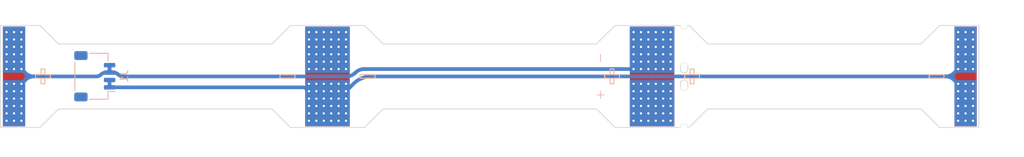
<source format=kicad_pcb>
(kicad_pcb (version 20211014) (generator pcbnew)
  (title_block (title "ALOIDIA Keyboard Solar Cells Breakout Module PCB") (date "2022-07-10") (comment 2 "Author: Vincent Nguyen"))
  (layers (0 "F.Cu" signal) (31 "B.Cu" signal) (34 "B.Paste" user) (35 "F.Paste" user) (36 "B.SilkS" user "B.Silkscreen") (37 "F.SilkS" user "F.Silkscreen") (38 "B.Mask" user) (39 "F.Mask" user) (44 "Edge.Cuts" user))
  (net 0 "")
  (net 1 "/CELL-")
  (net 2 "/CELL+")
  (footprint "0_various:SM111K04L" (layer "F.Cu") (at 153.8 85 180)
    (fp_text reference "SC1" hide)
    (fp_text value "SM111K04L")
    (fp_line (start -17.5 0.25) (end -17.5 -0.25) (layer "B.SilkS") (width 0.12))
    (fp_line (start 17.5 0.25) (end 15.5 0.25) (layer "B.SilkS") (width 0.12))
    (fp_line (start -16.25 -1) (end -16.25 -0.25) (layer "B.SilkS") (width 0.12))
    (fp_line (start -16.25 0.25) (end -16.25 1) (layer "B.SilkS") (width 0.12))
    (fp_line (start -15.5 0.25) (end -16.25 0.25) (layer "B.SilkS") (width 0.12))
    (fp_line (start -17.5 -0.25) (end -16.75 -0.25) (layer "B.SilkS") (width 0.12))
    (fp_line (start -16.75 1) (end -16.75 0.25) (layer "B.SilkS") (width 0.12))
    (fp_line (start -16.75 0.25) (end -17.5 0.25) (layer "B.SilkS") (width 0.12))
    (fp_line (start -16.75 -1) (end -16.25 -1) (layer "B.SilkS") (width 0.12))
    (fp_line (start -15.5 -0.25) (end -15.5 0.25) (layer "B.SilkS") (width 0.12))
    (fp_line (start 15.5 0.25) (end 15.5 -0.25) (layer "B.SilkS") (width 0.12))
    (fp_line (start 15.5 -0.25) (end 17.5 -0.25) (layer "B.SilkS") (width 0.12))
    (fp_line (start -16.25 1) (end -16.75 1) (layer "B.SilkS") (width 0.12))
    (fp_line (start -16.75 -0.25) (end -16.75 -1) (layer "B.SilkS") (width 0.12))
    (fp_line (start -16.25 -0.25) (end -15.5 -0.25) (layer "B.SilkS") (width 0.12))
    (fp_line (start 17.5 -0.25) (end 17.5 0.25) (layer "B.SilkS") (width 0.12))
    (fp_line (start -16.25 -1) (end -16.25 -0.25) (layer "F.SilkS") (width 0.12))
    (fp_line (start -16.25 0.25) (end -16.25 1) (layer "F.SilkS") (width 0.12))
    (fp_line (start -16.75 0.25) (end -17.5 0.25) (layer "F.SilkS") (width 0.12))
    (fp_line (start -16.75 1) (end -16.75 0.25) (layer "F.SilkS") (width 0.12))
    (fp_line (start -16.75 -1) (end -16.25 -1) (layer "F.SilkS") (width 0.12))
    (fp_line (start 15.5 -0.25) (end 17.5 -0.25) (layer "F.SilkS") (width 0.12))
    (fp_line (start 15.5 0.25) (end 15.5 -0.25) (layer "F.SilkS") (width 0.12))
    (fp_line (start -16.75 -0.25) (end -16.75 -1) (layer "F.SilkS") (width 0.12))
    (fp_line (start -16.25 -0.25) (end -15.5 -0.25) (layer "F.SilkS") (width 0.12))
    (fp_line (start 17.5 0.25) (end 15.5 0.25) (layer "F.SilkS") (width 0.12))
    (fp_line (start 17.5 -0.25) (end 17.5 0.25) (layer "F.SilkS") (width 0.12))
    (fp_line (start -15.5 -0.25) (end -15.5 0.25) (layer "F.SilkS") (width 0.12))
    (fp_line (start -17.5 0.25) (end -17.5 -0.25) (layer "F.SilkS") (width 0.12))
    (fp_line (start -17.5 -0.25) (end -16.75 -0.25) (layer "F.SilkS") (width 0.12))
    (fp_line (start -15.5 0.25) (end -16.25 0.25) (layer "F.SilkS") (width 0.12))
    (fp_line (start -16.25 1) (end -16.75 1) (layer "F.SilkS") (width 0.12))
    (pad "1" thru_hole circle (at -20.4 6 180) (size 0.6 0.6) (drill 0.3) (layers *.Cu) (net 2 "/CELL+"))
    (pad "1" smd rect (at -20.4 -3.625 90) (size 6.25 3) (layers "B.Cu" "B.Paste" "B.Mask") (net 2 "/CELL+"))
    (pad "1" thru_hole circle (at -21.4 6 180) (size 0.6 0.6) (drill 0.3) (layers *.Cu) (net 2 "/CELL+"))
    (pad "1" thru_hole circle (at -21.4 1 180) (size 0.6 0.6) (drill 0.3) (layers *.Cu) (net 2 "/CELL+"))
    (pad "1" thru_hole circle (at -20.4 -1 180) (size 0.6 0.6) (drill 0.3) (layers *.Cu) (net 2 "/CELL+"))
    (pad "1" thru_hole circle (at -19.4 -1 180) (size 0.6 0.6) (drill 0.3) (layers *.Cu) (net 2 "/CELL+"))
    (pad "1" thru_hole circle (at -19.4 -2 180) (size 0.6 0.6) (drill 0.3) (layers *.Cu) (net 2 "/CELL+"))
    (pad "1" thru_hole circle (at -20.4 -4 180) (size 0.6 0.6) (drill 0.3) (layers *.Cu) (net 2 "/CELL+"))
    (pad "1" thru_hole circle (at -19.4 3 180) (size 0.6 0.6) (drill 0.3) (layers *.Cu) (net 2 "/CELL+"))
    (pad "1" thru_hole circle (at -21.4 -4 180) (size 0.6 0.6) (drill 0.3) (layers *.Cu) (net 2 "/CELL+"))
    (pad "1" thru_hole circle (at -21.4 -3 180) (size 0.6 0.6) (drill 0.3) (layers *.Cu) (net 2 "/CELL+"))
    (pad "1" smd rect (at -20.4 3.625 90) (size 6.25 3) (layers "B.Cu" "B.Paste" "B.Mask") (net 2 "/CELL+"))
    (pad "1" thru_hole circle (at -20.4 2 180) (size 0.6 0.6) (drill 0.3) (layers *.Cu) (net 2 "/CELL+"))
    (pad "1" thru_hole circle (at -20.4 3 180) (size 0.6 0.6) (drill 0.3) (layers *.Cu) (net 2 "/CELL+"))
    (pad "1" thru_hole circle (at -20.4 -5 180) (size 0.6 0.6) (drill 0.3) (layers *.Cu) (net 2 "/CELL+"))
    (pad "1" thru_hole circle (at -20.4 1 180) (size 0.6 0.6) (drill 0.3) (layers *.Cu) (net 2 "/CELL+"))
    (pad "1" thru_hole circle (at -20.4 4 180) (size 0.6 0.6) (drill 0.3) (layers *.Cu) (net 2 "/CELL+"))
    (pad "1" thru_hole circle (at -21.4 -1 180) (size 0.6 0.6) (drill 0.3) (layers *.Cu) (net 2 "/CELL+"))
    (pad "1" thru_hole circle (at -21.4 -6 180) (size 0.6 0.6) (drill 0.3) (layers *.Cu) (net 2 "/CELL+"))
    (pad "1" thru_hole circle (at -21.4 5 180) (size 0.6 0.6) (drill 0.3) (layers *.Cu) (net 2 "/CELL+"))
    (pad "1" thru_hole circle (at -21.4 3 180) (size 0.6 0.6) (drill 0.3) (layers *.Cu) (net 2 "/CELL+"))
    (pad "1" thru_hole circle (at -19.4 -6 180) (size 0.6 0.6) (drill 0.3) (layers *.Cu) (net 2 "/CELL+"))
    (pad "1" thru_hole circle (at -19.4 6 180) (size 0.6 0.6) (drill 0.3) (layers *.Cu) (net 2 "/CELL+"))
    (pad "1" smd rect (at -20.4 0 90) (size 13.5 3) (layers "F.Cu" "F.Paste" "F.Mask") (net 2 "/CELL+"))
    (pad "1" thru_hole circle (at -21.4 4 180) (size 0.6 0.6) (drill 0.3) (layers *.Cu) (net 2 "/CELL+"))
    (pad "1" thru_hole circle (at -19.4 -3 180) (size 0.6 0.6) (drill 0.3) (layers *.Cu) (net 2 "/CELL+"))
    (pad "1" thru_hole circle (at -19.4 1 180) (size 0.6 0.6) (drill 0.3) (layers *.Cu) (net 2 "/CELL+"))
    (pad "1" thru_hole circle (at -19.4 -4 180) (size 0.6 0.6) (drill 0.3) (layers *.Cu) (net 2 "/CELL+"))
    (pad "1" thru_hole circle (at -20.4 -2 180) (size 0.6 0.6) (drill 0.3) (layers *.Cu) (net 2 "/CELL+"))
    (pad "1" thru_hole circle (at -21.4 2 180) (size 0.6 0.6) (drill 0.3) (layers *.Cu) (net 2 "/CELL+"))
    (pad "1" thru_hole circle (at -19.4 5 180) (size 0.6 0.6) (drill 0.3) (layers *.Cu) (net 2 "/CELL+"))
    (pad "1" thru_hole circle (at -19.4 2 180) (size 0.6 0.6) (drill 0.3) (layers *.Cu) (net 2 "/CELL+"))
    (pad "1" thru_hole circle (at -21.4 -5 180) (size 0.6 0.6) (drill 0.3) (layers *.Cu) (net 2 "/CELL+"))
    (pad "1" thru_hole circle (at -19.4 4 180) (size 0.6 0.6) (drill 0.3) (layers *.Cu) (net 2 "/CELL+"))
    (pad "1" thru_hole circle (at -20.4 -6 180) (size 0.6 0.6) (drill 0.3) (layers *.Cu) (net 2 "/CELL+"))
    (pad "1" thru_hole circle (at -21.4 -2 180) (size 0.6 0.6) (drill 0.3) (layers *.Cu) (net 2 "/CELL+"))
    (pad "1" thru_hole circle (at -20.4 5 180) (size 0.6 0.6) (drill 0.3) (layers *.Cu) (net 2 "/CELL+"))
    (pad "1" thru_hole circle (at -20.4 -3 180) (size 0.6 0.6) (drill 0.3) (layers *.Cu) (net 2 "/CELL+"))
    (pad "1" thru_hole circle (at -19.4 -5 180) (size 0.6 0.6) (drill 0.3) (layers *.Cu) (net 2 "/CELL+"))
    (pad "2" thru_hole circle (at 20.4 6 180) (size 0.6 0.6) (drill 0.3) (layers *.Cu) (net 1 "/CELL-"))
    (pad "2" thru_hole circle (at 21.4 -3 180) (size 0.6 0.6) (drill 0.3) (layers *.Cu) (net 1 "/CELL-"))
    (pad "2" thru_hole circle (at 21.4 5 180) (size 0.6 0.6) (drill 0.3) (layers *.Cu) (net 1 "/CELL-"))
    (pad "2" thru_hole circle (at 19.4 5 180) (size 0.6 0.6) (drill 0.3) (layers *.Cu) (net 1 "/CELL-"))
    (pad "2" thru_hole circle (at 21.4 3 180) (size 0.6 0.6) (drill 0.3) (layers *.Cu) (net 1 "/CELL-"))
    (pad "2" thru_hole circle (at 20.4 -2 180) (size 0.6 0.6) (drill 0.3) (layers *.Cu) (net 1 "/CELL-"))
    (pad "2" thru_hole circle (at 21.4 1 180) (size 0.6 0.6) (drill 0.3) (layers *.Cu) (net 1 "/CELL-"))
    (pad "2" thru_hole circle (at 21.4 4 180) (size 0.6 0.6) (drill 0.3) (layers *.Cu) (net 1 "/CELL-"))
    (pad "2" thru_hole circle (at 20.4 2 180) (size 0.6 0.6) (drill 0.3) (layers *.Cu) (net 1 "/CELL-"))
    (pad "2" thru_hole circle (at 20.4 -5 180) (size 0.6 0.6) (drill 0.3) (layers *.Cu) (net 1 "/CELL-"))
    (pad "2" thru_hole circle (at 19.4 -5 180) (size 0.6 0.6) (drill 0.3) (layers *.Cu) (net 1 "/CELL-"))
    (pad "2" thru_hole circle (at 20.4 -1 180) (size 0.6 0.6) (drill 0.3) (layers *.Cu) (net 1 "/CELL-"))
    (pad "2" thru_hole circle (at 20.4 3 180) (size 0.6 0.6) (drill 0.3) (layers *.Cu) (net 1 "/CELL-"))
    (pad "2" thru_hole circle (at 20.4 -4 180) (size 0.6 0.6) (drill 0.3) (layers *.Cu) (net 1 "/CELL-"))
    (pad "2" thru_hole circle (at 20.4 -6 180) (size 0.6 0.6) (drill 0.3) (layers *.Cu) (net 1 "/CELL-"))
    (pad "2" thru_hole circle (at 19.4 3 180) (size 0.6 0.6) (drill 0.3) (layers *.Cu) (net 1 "/CELL-"))
    (pad "2" smd rect (at 20.4 -3.625 90) (size 6.25 3) (layers "B.Cu" "B.Paste" "B.Mask") (net 1 "/CELL-"))
    (pad "2" smd rect (at 20.4 0 90) (size 13.5 3) (layers "F.Cu" "F.Paste" "F.Mask") (net 1 "/CELL-"))
    (pad "2" thru_hole circle (at 20.4 1 180) (size 0.6 0.6) (drill 0.3) (layers *.Cu) (net 1 "/CELL-"))
    (pad "2" thru_hole circle (at 21.4 -2 180) (size 0.6 0.6) (drill 0.3) (layers *.Cu) (net 1 "/CELL-"))
    (pad "2" smd rect (at 20.4 3.625 90) (size 6.25 3) (layers "B.Cu" "B.Paste" "B.Mask") (net 1 "/CELL-"))
    (pad "2" thru_hole circle (at 19.4 -1 180) (size 0.6 0.6) (drill 0.3) (layers *.Cu) (net 1 "/CELL-"))
    (pad "2" thru_hole circle (at 21.4 -4 180) (size 0.6 0.6) (drill 0.3) (layers *.Cu) (net 1 "/CELL-"))
    (pad "2" thru_hole circle (at 20.4 -3 180) (size 0.6 0.6) (drill 0.3) (layers *.Cu) (net 1 "/CELL-"))
    (pad "2" thru_hole circle (at 20.4 5 180) (size 0.6 0.6) (drill 0.3) (layers *.Cu) (net 1 "/CELL-"))
    (pad "2" thru_hole circle (at 20.4 4 180) (size 0.6 0.6) (drill 0.3) (layers *.Cu) (net 1 "/CELL-"))
    (pad "2" thru_hole circle (at 21.4 -5 180) (size 0.6 0.6) (drill 0.3) (layers *.Cu) (net 1 "/CELL-"))
    (pad "2" thru_hole circle (at 19.4 6 180) (size 0.6 0.6) (drill 0.3) (layers *.Cu) (net 1 "/CELL-"))
    (pad "2" thru_hole circle (at 19.4 2 180) (size 0.6 0.6) (drill 0.3) (layers *.Cu) (net 1 "/CELL-"))
    (pad "2" thru_hole circle (at 21.4 -6 180) (size 0.6 0.6) (drill 0.3) (layers *.Cu) (net 1 "/CELL-"))
    (pad "2" thru_hole circle (at 19.4 4 180) (size 0.6 0.6) (drill 0.3) (layers *.Cu) (net 1 "/CELL-"))
    (pad "2" thru_hole circle (at 21.4 -1 180) (size 0.6 0.6) (drill 0.3) (layers *.Cu) (net 1 "/CELL-"))
    (pad "2" thru_hole circle (at 21.4 6 180) (size 0.6 0.6) (drill 0.3) (layers *.Cu) (net 1 "/CELL-"))
    (pad "2" thru_hole circle (at 19.4 -6 180) (size 0.6 0.6) (drill 0.3) (layers *.Cu) (net 1 "/CELL-"))
    (pad "2" thru_hole circle (at 19.4 -2 180) (size 0.6 0.6) (drill 0.3) (layers *.Cu) (net 1 "/CELL-"))
    (pad "2" thru_hole circle (at 19.4 1 180) (size 0.6 0.6) (drill 0.3) (layers *.Cu) (net 1 "/CELL-"))
    (pad "2" thru_hole circle (at 19.4 -3 180) (size 0.6 0.6) (drill 0.3) (layers *.Cu) (net 1 "/CELL-"))
    (pad "2" thru_hole circle (at 19.4 -4 180) (size 0.6 0.6) (drill 0.3) (layers *.Cu) (net 1 "/CELL-"))
    (pad "2" thru_hole circle (at 21.4 2 180) (size 0.6 0.6) (drill 0.3) (layers *.Cu) (net 1 "/CELL-"))
  )
  (footprint "marbastlib-various:mousebites_1mm" (layer "F.Cu") (at 179.525 80.85 180)
    (fp_text reference "REF**" hide)
    (fp_text value "mousebites 1mm" hide)
    (fp_arc (start 0 -2.75) (mid -0.5 -2.25) (end -1 -2.75) (layer "Edge.Cuts") (width 0.05))
    (fp_arc (start -1 2.75) (mid -0.5 2.25) (end 0 2.75) (layer "Edge.Cuts") (width 0.05))
    (pad "" np_thru_hole circle locked (at 0.25 1.905 180) (size 0.75 0.75) (drill 0.75) (layers *.Cu *.Mask))
    (pad "" np_thru_hole circle locked (at 0.25 0.635 180) (size 0.75 0.75) (drill 0.75) (layers *.Cu *.Mask))
    (pad "" np_thru_hole circle locked (at 0.25 -1.905 180) (size 0.75 0.75) (drill 0.75) (layers *.Cu *.Mask))
    (pad "" np_thru_hole circle locked (at 0.25 -0.635 180) (size 0.75 0.75) (drill 0.75) (layers *.Cu *.Mask))
  )
  (footprint "0_various:SM111K04L" (layer "F.Cu") (at 197.6 85)
    (fp_text reference "SC3" hide)
    (fp_text value "SM111K04L")
    (fp_line (start -16.25 -1) (end -16.25 -0.25) (layer "B.SilkS") (width 0.12))
    (fp_line (start -16.25 -0.25) (end -15.5 -0.25) (layer "B.SilkS") (width 0.12))
    (fp_line (start -16.75 1) (end -16.75 0.25) (layer "B.SilkS") (width 0.12))
    (fp_line (start 15.5 0.25) (end 15.5 -0.25) (layer "B.SilkS") (width 0.12))
    (fp_line (start -15.5 0.25) (end -16.25 0.25) (layer "B.SilkS") (width 0.12))
    (fp_line (start -16.75 0.25) (end -17.5 0.25) (layer "B.SilkS") (width 0.12))
    (fp_line (start -16.25 0.25) (end -16.25 1) (layer "B.SilkS") (width 0.12))
    (fp_line (start 17.5 0.25) (end 15.5 0.25) (layer "B.SilkS") (width 0.12))
    (fp_line (start -16.75 -1) (end -16.25 -1) (layer "B.SilkS") (width 0.12))
    (fp_line (start 17.5 -0.25) (end 17.5 0.25) (layer "B.SilkS") (width 0.12))
    (fp_line (start -15.5 -0.25) (end -15.5 0.25) (layer "B.SilkS") (width 0.12))
    (fp_line (start -16.75 -0.25) (end -16.75 -1) (layer "B.SilkS") (width 0.12))
    (fp_line (start -16.25 1) (end -16.75 1) (layer "B.SilkS") (width 0.12))
    (fp_line (start -17.5 -0.25) (end -16.75 -0.25) (layer "B.SilkS") (width 0.12))
    (fp_line (start -17.5 0.25) (end -17.5 -0.25) (layer "B.SilkS") (width 0.12))
    (fp_line (start 15.5 -0.25) (end 17.5 -0.25) (layer "B.SilkS") (width 0.12))
    (fp_line (start -16.25 0.25) (end -16.25 1) (layer "F.SilkS") (width 0.12))
    (fp_line (start -15.5 0.25) (end -16.25 0.25) (layer "F.SilkS") (width 0.12))
    (fp_line (start -16.25 -0.25) (end -15.5 -0.25) (layer "F.SilkS") (width 0.12))
    (fp_line (start 15.5 -0.25) (end 17.5 -0.25) (layer "F.SilkS") (width 0.12))
    (fp_line (start -16.25 1) (end -16.75 1) (layer "F.SilkS") (width 0.12))
    (fp_line (start 15.5 0.25) (end 15.5 -0.25) (layer "F.SilkS") (width 0.12))
    (fp_line (start -17.5 -0.25) (end -16.75 -0.25) (layer "F.SilkS") (width 0.12))
    (fp_line (start -16.75 -0.25) (end -16.75 -1) (layer "F.SilkS") (width 0.12))
    (fp_line (start -15.5 -0.25) (end -15.5 0.25) (layer "F.SilkS") (width 0.12))
    (fp_line (start -16.75 1) (end -16.75 0.25) (layer "F.SilkS") (width 0.12))
    (fp_line (start -16.75 0.25) (end -17.5 0.25) (layer "F.SilkS") (width 0.12))
    (fp_line (start 17.5 0.25) (end 15.5 0.25) (layer "F.SilkS") (width 0.12))
    (fp_line (start -16.75 -1) (end -16.25 -1) (layer "F.SilkS") (width 0.12))
    (fp_line (start -17.5 0.25) (end -17.5 -0.25) (layer "F.SilkS") (width 0.12))
    (fp_line (start -16.25 -1) (end -16.25 -0.25) (layer "F.SilkS") (width 0.12))
    (fp_line (start 17.5 -0.25) (end 17.5 0.25) (layer "F.SilkS") (width 0.12))
    (pad "1" thru_hole circle (at -20.4 3) (size 0.6 0.6) (drill 0.3) (layers *.Cu) (net 2 "/CELL+"))
    (pad "1" thru_hole circle (at -19.4 5) (size 0.6 0.6) (drill 0.3) (layers *.Cu) (net 2 "/CELL+"))
    (pad "1" thru_hole circle (at -20.4 -6) (size 0.6 0.6) (drill 0.3) (layers *.Cu) (net 2 "/CELL+"))
    (pad "1" thru_hole circle (at -20.4 4) (size 0.6 0.6) (drill 0.3) (layers *.Cu) (net 2 "/CELL+"))
    (pad "1" thru_hole circle (at -21.4 1) (size 0.6 0.6) (drill 0.3) (layers *.Cu) (net 2 "/CELL+"))
    (pad "1" thru_hole circle (at -20.4 -1) (size 0.6 0.6) (drill 0.3) (layers *.Cu) (net 2 "/CELL+"))
    (pad "1" thru_hole circle (at -19.4 -1) (size 0.6 0.6) (drill 0.3) (layers *.Cu) (net 2 "/CELL+"))
    (pad "1" thru_hole circle (at -19.4 -6) (size 0.6 0.6) (drill 0.3) (layers *.Cu) (net 2 "/CELL+"))
    (pad "1" smd rect (at -20.4 0 270) (size 13.5 3) (layers "F.Cu" "F.Paste" "F.Mask") (net 2 "/CELL+"))
    (pad "1" thru_hole circle (at -20.4 5) (size 0.6 0.6) (drill 0.3) (layers *.Cu) (net 2 "/CELL+"))
    (pad "1" thru_hole circle (at -20.4 2) (size 0.6 0.6) (drill 0.3) (layers *.Cu) (net 2 "/CELL+"))
    (pad "1" thru_hole circle (at -21.4 -1) (size 0.6 0.6) (drill 0.3) (layers *.Cu) (net 2 "/CELL+"))
    (pad "1" thru_hole circle (at -19.4 2) (size 0.6 0.6) (drill 0.3) (layers *.Cu) (net 2 "/CELL+"))
    (pad "1" thru_hole circle (at -21.4 -3) (size 0.6 0.6) (drill 0.3) (layers *.Cu) (net 2 "/CELL+"))
    (pad "1" thru_hole circle (at -20.4 -5) (size 0.6 0.6) (drill 0.3) (layers *.Cu) (net 2 "/CELL+"))
    (pad "1" thru_hole circle (at -21.4 -2) (size 0.6 0.6) (drill 0.3) (layers *.Cu) (net 2 "/CELL+"))
    (pad "1" thru_hole circle (at -20.4 1) (size 0.6 0.6) (drill 0.3) (layers *.Cu) (net 2 "/CELL+"))
    (pad "1" thru_hole circle (at -19.4 6) (size 0.6 0.6) (drill 0.3) (layers *.Cu) (net 2 "/CELL+"))
    (pad "1" thru_hole circle (at -21.4 -4) (size 0.6 0.6) (drill 0.3) (layers *.Cu) (net 2 "/CELL+"))
    (pad "1" thru_hole circle (at -21.4 3) (size 0.6 0.6) (drill 0.3) (layers *.Cu) (net 2 "/CELL+"))
    (pad "1" smd rect (at -20.4 -3.625 270) (size 6.25 3) (layers "B.Cu" "B.Paste" "B.Mask") (net 2 "/CELL+"))
    (pad "1" thru_hole circle (at -19.4 4) (size 0.6 0.6) (drill 0.3) (layers *.Cu) (net 2 "/CELL+"))
    (pad "1" thru_hole circle (at -20.4 -3) (size 0.6 0.6) (drill 0.3) (layers *.Cu) (net 2 "/CELL+"))
    (pad "1" thru_hole circle (at -21.4 2) (size 0.6 0.6) (drill 0.3) (layers *.Cu) (net 2 "/CELL+"))
    (pad "1" thru_hole circle (at -21.4 4) (size 0.6 0.6) (drill 0.3) (layers *.Cu) (net 2 "/CELL+"))
    (pad "1" thru_hole circle (at -19.4 -2) (size 0.6 0.6) (drill 0.3) (layers *.Cu) (net 2 "/CELL+"))
    (pad "1" thru_hole circle (at -20.4 -2) (size 0.6 0.6) (drill 0.3) (layers *.Cu) (net 2 "/CELL+"))
    (pad "1" thru_hole circle (at -21.4 -5) (size 0.6 0.6) (drill 0.3) (layers *.Cu) (net 2 "/CELL+"))
    (pad "1" thru_hole circle (at -20.4 6) (size 0.6 0.6) (drill 0.3) (layers *.Cu) (net 2 "/CELL+"))
    (pad "1" thru_hole circle (at -20.4 -4) (size 0.6 0.6) (drill 0.3) (layers *.Cu) (net 2 "/CELL+"))
    (pad "1" thru_hole circle (at -19.4 -4) (size 0.6 0.6) (drill 0.3) (layers *.Cu) (net 2 "/CELL+"))
    (pad "1" thru_hole circle (at -19.4 3) (size 0.6 0.6) (drill 0.3) (layers *.Cu) (net 2 "/CELL+"))
    (pad "1" thru_hole circle (at -21.4 6) (size 0.6 0.6) (drill 0.3) (layers *.Cu) (net 2 "/CELL+"))
    (pad "1" thru_hole circle (at -19.4 -3) (size 0.6 0.6) (drill 0.3) (layers *.Cu) (net 2 "/CELL+"))
    (pad "1" thru_hole circle (at -19.4 -5) (size 0.6 0.6) (drill 0.3) (layers *.Cu) (net 2 "/CELL+"))
    (pad "1" thru_hole circle (at -19.4 1) (size 0.6 0.6) (drill 0.3) (layers *.Cu) (net 2 "/CELL+"))
    (pad "1" thru_hole circle (at -21.4 5) (size 0.6 0.6) (drill 0.3) (layers *.Cu) (net 2 "/CELL+"))
    (pad "1" thru_hole circle (at -21.4 -6) (size 0.6 0.6) (drill 0.3) (layers *.Cu) (net 2 "/CELL+"))
    (pad "1" smd rect (at -20.4 3.625 270) (size 6.25 3) (layers "B.Cu" "B.Paste" "B.Mask") (net 2 "/CELL+"))
    (pad "2" thru_hole circle (at 19.4 -3) (size 0.6 0.6) (drill 0.3) (layers *.Cu) (net 1 "/CELL-"))
    (pad "2" thru_hole circle (at 21.4 5) (size 0.6 0.6) (drill 0.3) (layers *.Cu) (net 1 "/CELL-"))
    (pad "2" thru_hole circle (at 19.4 5) (size 0.6 0.6) (drill 0.3) (layers *.Cu) (net 1 "/CELL-"))
    (pad "2" thru_hole circle (at 20.4 -3) (size 0.6 0.6) (drill 0.3) (layers *.Cu) (net 1 "/CELL-"))
    (pad "2" thru_hole circle (at 21.4 4) (size 0.6 0.6) (drill 0.3) (layers *.Cu) (net 1 "/CELL-"))
    (pad "2" thru_hole circle (at 19.4 -4) (size 0.6 0.6) (drill 0.3) (layers *.Cu) (net 1 "/CELL-"))
    (pad "2" thru_hole circle (at 19.4 6) (size 0.6 0.6) (drill 0.3) (layers *.Cu) (net 1 "/CELL-"))
    (pad "2" smd rect (at 20.4 3.625 270) (size 6.25 3) (layers "B.Cu" "B.Paste" "B.Mask") (net 1 "/CELL-"))
    (pad "2" thru_hole circle (at 19.4 4) (size 0.6 0.6) (drill 0.3) (layers *.Cu) (net 1 "/CELL-"))
    (pad "2" thru_hole circle (at 21.4 -6) (size 0.6 0.6) (drill 0.3) (layers *.Cu) (net 1 "/CELL-"))
    (pad "2" thru_hole circle (at 20.4 5) (size 0.6 0.6) (drill 0.3) (layers *.Cu) (net 1 "/CELL-"))
    (pad "2" thru_hole circle (at 19.4 -1) (size 0.6 0.6) (drill 0.3) (layers *.Cu) (net 1 "/CELL-"))
    (pad "2" thru_hole circle (at 19.4 3) (size 0.6 0.6) (drill 0.3) (layers *.Cu) (net 1 "/CELL-"))
    (pad "2" smd rect (at 20.4 0 270) (size 13.5 3) (layers "F.Cu" "F.Paste" "F.Mask") (net 1 "/CELL-"))
    (pad "2" thru_hole circle (at 19.4 -6) (size 0.6 0.6) (drill 0.3) (layers *.Cu) (net 1 "/CELL-"))
    (pad "2" thru_hole circle (at 19.4 -5) (size 0.6 0.6) (drill 0.3) (layers *.Cu) (net 1 "/CELL-"))
    (pad "2" thru_hole circle (at 21.4 -1) (size 0.6 0.6) (drill 0.3) (layers *.Cu) (net 1 "/CELL-"))
    (pad "2" thru_hole circle (at 20.4 -2) (size 0.6 0.6) (drill 0.3) (layers *.Cu) (net 1 "/CELL-"))
    (pad "2" thru_hole circle (at 20.4 6) (size 0.6 0.6) (drill 0.3) (layers *.Cu) (net 1 "/CELL-"))
    (pad "2" thru_hole circle (at 21.4 6) (size 0.6 0.6) (drill 0.3) (layers *.Cu) (net 1 "/CELL-"))
    (pad "2" thru_hole circle (at 19.4 2) (size 0.6 0.6) (drill 0.3) (layers *.Cu) (net 1 "/CELL-"))
    (pad "2" thru_hole circle (at 21.4 1) (size 0.6 0.6) (drill 0.3) (layers *.Cu) (net 1 "/CELL-"))
    (pad "2" thru_hole circle (at 21.4 2) (size 0.6 0.6) (drill 0.3) (layers *.Cu) (net 1 "/CELL-"))
    (pad "2" thru_hole circle (at 20.4 -5) (size 0.6 0.6) (drill 0.3) (layers *.Cu) (net 1 "/CELL-"))
    (pad "2" thru_hole circle (at 20.4 1) (size 0.6 0.6) (drill 0.3) (layers *.Cu) (net 1 "/CELL-"))
    (pad "2" thru_hole circle (at 20.4 4) (size 0.6 0.6) (drill 0.3) (layers *.Cu) (net 1 "/CELL-"))
    (pad "2" thru_hole circle (at 20.4 -6) (size 0.6 0.6) (drill 0.3) (layers *.Cu) (net 1 "/CELL-"))
    (pad "2" smd rect (at 20.4 -3.625 270) (size 6.25 3) (layers "B.Cu" "B.Paste" "B.Mask") (net 1 "/CELL-"))
    (pad "2" thru_hole circle (at 19.4 -2) (size 0.6 0.6) (drill 0.3) (layers *.Cu) (net 1 "/CELL-"))
    (pad "2" thru_hole circle (at 21.4 -4) (size 0.6 0.6) (drill 0.3) (layers *.Cu) (net 1 "/CELL-"))
    (pad "2" thru_hole circle (at 20.4 -1) (size 0.6 0.6) (drill 0.3) (layers *.Cu) (net 1 "/CELL-"))
    (pad "2" thru_hole circle (at 21.4 -2) (size 0.6 0.6) (drill 0.3) (layers *.Cu) (net 1 "/CELL-"))
    (pad "2" thru_hole circle (at 21.4 3) (size 0.6 0.6) (drill 0.3) (layers *.Cu) (net 1 "/CELL-"))
    (pad "2" thru_hole circle (at 21.4 -5) (size 0.6 0.6) (drill 0.3) (layers *.Cu) (net 1 "/CELL-"))
    (pad "2" thru_hole circle (at 19.4 1) (size 0.6 0.6) (drill 0.3) (layers *.Cu) (net 1 "/CELL-"))
    (pad "2" thru_hole circle (at 20.4 -4) (size 0.6 0.6) (drill 0.3) (layers *.Cu) (net 1 "/CELL-"))
    (pad "2" thru_hole circle (at 20.4 2) (size 0.6 0.6) (drill 0.3) (layers *.Cu) (net 1 "/CELL-"))
    (pad "2" thru_hole circle (at 20.4 3) (size 0.6 0.6) (drill 0.3) (layers *.Cu) (net 1 "/CELL-"))
    (pad "2" thru_hole circle (at 21.4 -3) (size 0.6 0.6) (drill 0.3) (layers *.Cu) (net 1 "/CELL-"))
  )
  (footprint "0_various:SM111K04L" (layer "F.Cu") (at 110 85)
    (fp_text reference "SC2" hide)
    (fp_text value "SM111K04L")
    (fp_line (start -17.5 -0.25) (end -16.75 -0.25) (layer "B.SilkS") (width 0.12))
    (fp_line (start 15.5 -0.25) (end 17.5 -0.25) (layer "B.SilkS") (width 0.12))
    (fp_line (start -17.5 0.25) (end -17.5 -0.25) (layer "B.SilkS") (width 0.12))
    (fp_line (start 15.5 0.25) (end 15.5 -0.25) (layer "B.SilkS") (width 0.12))
    (fp_line (start -16.75 -0.25) (end -16.75 -1) (layer "B.SilkS") (width 0.12))
    (fp_line (start -16.75 0.25) (end -17.5 0.25) (layer "B.SilkS") (width 0.12))
    (fp_line (start -15.5 -0.25) (end -15.5 0.25) (layer "B.SilkS") (width 0.12))
    (fp_line (start 17.5 0.25) (end 15.5 0.25) (layer "B.SilkS") (width 0.12))
    (fp_line (start -16.75 -1) (end -16.25 -1) (layer "B.SilkS") (width 0.12))
    (fp_line (start -16.25 1) (end -16.75 1) (layer "B.SilkS") (width 0.12))
    (fp_line (start -16.75 1) (end -16.75 0.25) (layer "B.SilkS") (width 0.12))
    (fp_line (start -15.5 0.25) (end -16.25 0.25) (layer "B.SilkS") (width 0.12))
    (fp_line (start -16.25 0.25) (end -16.25 1) (layer "B.SilkS") (width 0.12))
    (fp_line (start -16.25 -1) (end -16.25 -0.25) (layer "B.SilkS") (width 0.12))
    (fp_line (start -16.25 -0.25) (end -15.5 -0.25) (layer "B.SilkS") (width 0.12))
    (fp_line (start 17.5 -0.25) (end 17.5 0.25) (layer "B.SilkS") (width 0.12))
    (fp_line (start -16.75 -0.25) (end -16.75 -1) (layer "F.SilkS") (width 0.12))
    (fp_line (start -17.5 -0.25) (end -16.75 -0.25) (layer "F.SilkS") (width 0.12))
    (fp_line (start -16.75 -1) (end -16.25 -1) (layer "F.SilkS") (width 0.12))
    (fp_line (start -15.5 -0.25) (end -15.5 0.25) (layer "F.SilkS") (width 0.12))
    (fp_line (start -16.25 -1) (end -16.25 -0.25) (layer "F.SilkS") (width 0.12))
    (fp_line (start -15.5 0.25) (end -16.25 0.25) (layer "F.SilkS") (width 0.12))
    (fp_line (start -16.25 -0.25) (end -15.5 -0.25) (layer "F.SilkS") (width 0.12))
    (fp_line (start -16.25 1) (end -16.75 1) (layer "F.SilkS") (width 0.12))
    (fp_line (start -16.75 0.25) (end -17.5 0.25) (layer "F.SilkS") (width 0.12))
    (fp_line (start 17.5 0.25) (end 15.5 0.25) (layer "F.SilkS") (width 0.12))
    (fp_line (start -16.75 1) (end -16.75 0.25) (layer "F.SilkS") (width 0.12))
    (fp_line (start 15.5 0.25) (end 15.5 -0.25) (layer "F.SilkS") (width 0.12))
    (fp_line (start 15.5 -0.25) (end 17.5 -0.25) (layer "F.SilkS") (width 0.12))
    (fp_line (start -16.25 0.25) (end -16.25 1) (layer "F.SilkS") (width 0.12))
    (fp_line (start -17.5 0.25) (end -17.5 -0.25) (layer "F.SilkS") (width 0.12))
    (fp_line (start 17.5 -0.25) (end 17.5 0.25) (layer "F.SilkS") (width 0.12))
    (pad "1" thru_hole circle (at -19.4 -3) (size 0.6 0.6) (drill 0.3) (layers *.Cu) (net 2 "/CELL+"))
    (pad "1" thru_hole circle (at -20.4 -2) (size 0.6 0.6) (drill 0.3) (layers *.Cu) (net 2 "/CELL+"))
    (pad "1" thru_hole circle (at -19.4 -5) (size 0.6 0.6) (drill 0.3) (layers *.Cu) (net 2 "/CELL+"))
    (pad "1" thru_hole circle (at -20.4 5) (size 0.6 0.6) (drill 0.3) (layers *.Cu) (net 2 "/CELL+"))
    (pad "1" thru_hole circle (at -20.4 -5) (size 0.6 0.6) (drill 0.3) (layers *.Cu) (net 2 "/CELL+"))
    (pad "1" thru_hole circle (at -20.4 4) (size 0.6 0.6) (drill 0.3) (layers *.Cu) (net 2 "/CELL+"))
    (pad "1" thru_hole circle (at -21.4 1) (size 0.6 0.6) (drill 0.3) (layers *.Cu) (net 2 "/CELL+"))
    (pad "1" thru_hole circle (at -20.4 2) (size 0.6 0.6) (drill 0.3) (layers *.Cu) (net 2 "/CELL+"))
    (pad "1" thru_hole circle (at -21.4 -5) (size 0.6 0.6) (drill 0.3) (layers *.Cu) (net 2 "/CELL+"))
    (pad "1" thru_hole circle (at -19.4 2) (size 0.6 0.6) (drill 0.3) (layers *.Cu) (net 2 "/CELL+"))
    (pad "1" thru_hole circle (at -19.4 4) (size 0.6 0.6) (drill 0.3) (layers *.Cu) (net 2 "/CELL+"))
    (pad "1" thru_hole circle (at -21.4 -2) (size 0.6 0.6) (drill 0.3) (layers *.Cu) (net 2 "/CELL+"))
    (pad "1" thru_hole circle (at -20.4 -3) (size 0.6 0.6) (drill 0.3) (layers *.Cu) (net 2 "/CELL+"))
    (pad "1" thru_hole circle (at -21.4 2) (size 0.6 0.6) (drill 0.3) (layers *.Cu) (net 2 "/CELL+"))
    (pad "1" thru_hole circle (at -19.4 -2) (size 0.6 0.6) (drill 0.3) (layers *.Cu) (net 2 "/CELL+"))
    (pad "1" thru_hole circle (at -20.4 -4) (size 0.6 0.6) (drill 0.3) (layers *.Cu) (net 2 "/CELL+"))
    (pad "1" thru_hole circle (at -21.4 3) (size 0.6 0.6) (drill 0.3) (layers *.Cu) (net 2 "/CELL+"))
    (pad "1" thru_hole circle (at -21.4 5) (size 0.6 0.6) (drill 0.3) (layers *.Cu) (net 2 "/CELL+"))
    (pad "1" thru_hole circle (at -20.4 6) (size 0.6 0.6) (drill 0.3) (layers *.Cu) (net 2 "/CELL+"))
    (pad "1" thru_hole circle (at -21.4 6) (size 0.6 0.6) (drill 0.3) (layers *.Cu) (net 2 "/CELL+"))
    (pad "1" thru_hole circle (at -19.4 1) (size 0.6 0.6) (drill 0.3) (layers *.Cu) (net 2 "/CELL+"))
    (pad "1" thru_hole circle (at -21.4 4) (size 0.6 0.6) (drill 0.3) (layers *.Cu) (net 2 "/CELL+"))
    (pad "1" smd rect (at -20.4 -3.625 270) (size 6.25 3) (layers "B.Cu" "B.Paste" "B.Mask") (net 2 "/CELL+"))
    (pad "1" thru_hole circle (at -19.4 3) (size 0.6 0.6) (drill 0.3) (layers *.Cu) (net 2 "/CELL+"))
    (pad "1" thru_hole circle (at -19.4 -1) (size 0.6 0.6) (drill 0.3) (layers *.Cu) (net 2 "/CELL+"))
    (pad "1" thru_hole circle (at -21.4 -4) (size 0.6 0.6) (drill 0.3) (layers *.Cu) (net 2 "/CELL+"))
    (pad "1" thru_hole circle (at -21.4 -1) (size 0.6 0.6) (drill 0.3) (layers *.Cu) (net 2 "/CELL+"))
    (pad "1" thru_hole circle (at -21.4 -3) (size 0.6 0.6) (drill 0.3) (layers *.Cu) (net 2 "/CELL+"))
    (pad "1" smd rect (at -20.4 0 270) (size 13.5 3) (layers "F.Cu" "F.Paste" "F.Mask") (net 2 "/CELL+"))
    (pad "1" thru_hole circle (at -19.4 5) (size 0.6 0.6) (drill 0.3) (layers *.Cu) (net 2 "/CELL+"))
    (pad "1" thru_hole circle (at -20.4 3) (size 0.6 0.6) (drill 0.3) (layers *.Cu) (net 2 "/CELL+"))
    (pad "1" thru_hole circle (at -21.4 -6) (size 0.6 0.6) (drill 0.3) (layers *.Cu) (net 2 "/CELL+"))
    (pad "1" thru_hole circle (at -19.4 -6) (size 0.6 0.6) (drill 0.3) (layers *.Cu) (net 2 "/CELL+"))
    (pad "1" thru_hole circle (at -19.4 -4) (size 0.6 0.6) (drill 0.3) (layers *.Cu) (net 2 "/CELL+"))
    (pad "1" thru_hole circle (at -20.4 1) (size 0.6 0.6) (drill 0.3) (layers *.Cu) (net 2 "/CELL+"))
    (pad "1" thru_hole circle (at -20.4 -6) (size 0.6 0.6) (drill 0.3) (layers *.Cu) (net 2 "/CELL+"))
    (pad "1" thru_hole circle (at -19.4 6) (size 0.6 0.6) (drill 0.3) (layers *.Cu) (net 2 "/CELL+"))
    (pad "1" smd rect (at -20.4 3.625 270) (size 6.25 3) (layers "B.Cu" "B.Paste" "B.Mask") (net 2 "/CELL+"))
    (pad "1" thru_hole circle (at -20.4 -1) (size 0.6 0.6) (drill 0.3) (layers *.Cu) (net 2 "/CELL+"))
    (pad "2" thru_hole circle (at 21.4 -2) (size 0.6 0.6) (drill 0.3) (layers *.Cu) (net 1 "/CELL-"))
    (pad "2" thru_hole circle (at 19.4 1) (size 0.6 0.6) (drill 0.3) (layers *.Cu) (net 1 "/CELL-"))
    (pad "2" thru_hole circle (at 19.4 -5) (size 0.6 0.6) (drill 0.3) (layers *.Cu) (net 1 "/CELL-"))
    (pad "2" thru_hole circle (at 21.4 -5) (size 0.6 0.6) (drill 0.3) (layers *.Cu) (net 1 "/CELL-"))
    (pad "2" thru_hole circle (at 20.4 4) (size 0.6 0.6) (drill 0.3) (layers *.Cu) (net 1 "/CELL-"))
    (pad "2" thru_hole circle (at 20.4 5) (size 0.6 0.6) (drill 0.3) (layers *.Cu) (net 1 "/CELL-"))
    (pad "2" thru_hole circle (at 19.4 6) (size 0.6 0.6) (drill 0.3) (layers *.Cu) (net 1 "/CELL-"))
    (pad "2" thru_hole circle (at 19.4 4) (size 0.6 0.6) (drill 0.3) (layers *.Cu) (net 1 "/CELL-"))
    (pad "2" thru_hole circle (at 21.4 4) (size 0.6 0.6) (drill 0.3) (layers *.Cu) (net 1 "/CELL-"))
    (pad "2" thru_hole circle (at 19.4 2) (size 0.6 0.6) (drill 0.3) (layers *.Cu) (net 1 "/CELL-"))
    (pad "2" thru_hole circle (at 19.4 -3) (size 0.6 0.6) (drill 0.3) (layers *.Cu) (net 1 "/CELL-"))
    (pad "2" thru_hole circle (at 21.4 -4) (size 0.6 0.6) (drill 0.3) (layers *.Cu) (net 1 "/CELL-"))
    (pad "2" smd rect (at 20.4 3.625 270) (size 6.25 3) (layers "B.Cu" "B.Paste" "B.Mask") (net 1 "/CELL-"))
    (pad "2" thru_hole circle (at 21.4 3) (size 0.6 0.6) (drill 0.3) (layers *.Cu) (net 1 "/CELL-"))
    (pad "2" thru_hole circle (at 20.4 -3) (size 0.6 0.6) (drill 0.3) (layers *.Cu) (net 1 "/CELL-"))
    (pad "2" thru_hole circle (at 19.4 -1) (size 0.6 0.6) (drill 0.3) (layers *.Cu) (net 1 "/CELL-"))
    (pad "2" thru_hole circle (at 19.4 -4) (size 0.6 0.6) (drill 0.3) (layers *.Cu) (net 1 "/CELL-"))
    (pad "2" thru_hole circle (at 21.4 -6) (size 0.6 0.6) (drill 0.3) (layers *.Cu) (net 1 "/CELL-"))
    (pad "2" thru_hole circle (at 21.4 1) (size 0.6 0.6) (drill 0.3) (layers *.Cu) (net 1 "/CELL-"))
    (pad "2" thru_hole circle (at 20.4 -5) (size 0.6 0.6) (drill 0.3) (layers *.Cu) (net 1 "/CELL-"))
    (pad "2" smd rect (at 20.4 0 270) (size 13.5 3) (layers "F.Cu" "F.Paste" "F.Mask") (net 1 "/CELL-"))
    (pad "2" thru_hole circle (at 20.4 6) (size 0.6 0.6) (drill 0.3) (layers *.Cu) (net 1 "/CELL-"))
    (pad "2" thru_hole circle (at 21.4 2) (size 0.6 0.6) (drill 0.3) (layers *.Cu) (net 1 "/CELL-"))
    (pad "2" thru_hole circle (at 21.4 6) (size 0.6 0.6) (drill 0.3) (layers *.Cu) (net 1 "/CELL-"))
    (pad "2" thru_hole circle (at 20.4 -2) (size 0.6 0.6) (drill 0.3) (layers *.Cu) (net 1 "/CELL-"))
    (pad "2" thru_hole circle (at 20.4 -6) (size 0.6 0.6) (drill 0.3) (layers *.Cu) (net 1 "/CELL-"))
    (pad "2" thru_hole circle (at 19.4 5) (size 0.6 0.6) (drill 0.3) (layers *.Cu) (net 1 "/CELL-"))
    (pad "2" thru_hole circle (at 20.4 -1) (size 0.6 0.6) (drill 0.3) (layers *.Cu) (net 1 "/CELL-"))
    (pad "2" thru_hole circle (at 20.4 -4) (size 0.6 0.6) (drill 0.3) (layers *.Cu) (net 1 "/CELL-"))
    (pad "2" thru_hole circle (at 20.4 3) (size 0.6 0.6) (drill 0.3) (layers *.Cu) (net 1 "/CELL-"))
    (pad "2" thru_hole circle (at 21.4 -1) (size 0.6 0.6) (drill 0.3) (layers *.Cu) (net 1 "/CELL-"))
    (pad "2" thru_hole circle (at 19.4 -6) (size 0.6 0.6) (drill 0.3) (layers *.Cu) (net 1 "/CELL-"))
    (pad "2" thru_hole circle (at 21.4 5) (size 0.6 0.6) (drill 0.3) (layers *.Cu) (net 1 "/CELL-"))
    (pad "2" smd rect (at 20.4 -3.625 270) (size 6.25 3) (layers "B.Cu" "B.Paste" "B.Mask") (net 1 "/CELL-"))
    (pad "2" thru_hole circle (at 19.4 3) (size 0.6 0.6) (drill 0.3) (layers *.Cu) (net 1 "/CELL-"))
    (pad "2" thru_hole circle (at 19.4 -2) (size 0.6 0.6) (drill 0.3) (layers *.Cu) (net 1 "/CELL-"))
    (pad "2" thru_hole circle (at 20.4 2) (size 0.6 0.6) (drill 0.3) (layers *.Cu) (net 1 "/CELL-"))
    (pad "2" thru_hole circle (at 21.4 -3) (size 0.6 0.6) (drill 0.3) (layers *.Cu) (net 1 "/CELL-"))
    (pad "2" thru_hole circle (at 20.4 1) (size 0.6 0.6) (drill 0.3) (layers *.Cu) (net 1 "/CELL-"))
  )
  (footprint "marbastlib-various:mousebites_1mm" (layer "F.Cu") (at 179.525 89.15 180)
    (fp_text reference "REF**" hide)
    (fp_text value "mousebites 1mm" hide)
    (fp_arc (start -1 2.75) (mid -0.5 2.25) (end 0 2.75) (layer "Edge.Cuts") (width 0.05))
    (fp_arc (start 0 -2.75) (mid -0.5 -2.25) (end -1 -2.75) (layer "Edge.Cuts") (width 0.05))
    (pad "" np_thru_hole circle locked (at 0.25 -0.635 180) (size 0.75 0.75) (drill 0.75) (layers *.Cu *.Mask))
    (pad "" np_thru_hole circle locked (at 0.25 -1.905 180) (size 0.75 0.75) (drill 0.75) (layers *.Cu *.Mask))
    (pad "" np_thru_hole circle locked (at 0.25 1.905 180) (size 0.75 0.75) (drill 0.75) (layers *.Cu *.Mask))
    (pad "" np_thru_hole circle locked (at 0.25 0.635 180) (size 0.75 0.75) (drill 0.75) (layers *.Cu *.Mask))
  )
  (footprint "Connector_JST:JST_SH_SM04B-SRSS-TB_1x04-1MP_P1.00mm_Horizontal" (layer "B.Cu") (at 100.5 84.975 90)
    (fp_text reference "J1" (at 0 3.98 270) (layer "B.SilkS") (effects (justify mirror)))
    (fp_text value "SM04B-SRSS-TB(LF)(SN)")
    (fp_line (start -2.06 1.785) (end -2.06 2.775) (layer "B.SilkS") (width 0.12))
    (fp_line (start 3.11 -0.715) (end 3.11 1.785) (layer "B.SilkS") (width 0.12))
    (fp_line (start -3.11 1.785) (end -2.06 1.785) (layer "B.SilkS") (width 0.12))
    (fp_line (start -1.94 -2.685) (end 1.94 -2.685) (layer "B.SilkS") (width 0.12))
    (fp_line (start 3.11 1.785) (end 2.06 1.785) (layer "B.SilkS") (width 0.12))
    (fp_line (start -3.11 -0.715) (end -3.11 1.785) (layer "B.SilkS") (width 0.12))
    (pad "1" smd roundrect (at -1.5 2 90) (size 0.6 1.55) (layers "B.Cu" "B.Paste" "B.Mask") (net 1 "/CELL-"))
    (pad "2" smd roundrect (at -0.5 2 90) (size 0.6 1.55) (layers "B.Cu" "B.Paste" "B.Mask") (net 1 "/CELL-"))
    (pad "3" smd roundrect (at 0.5 2 90) (size 0.6 1.55) (layers "B.Cu" "B.Paste" "B.Mask") (net 2 "/CELL+"))
    (pad "4" smd roundrect (at 1.5 2 90) (size 0.6 1.55) (layers "B.Cu" "B.Paste" "B.Mask") (net 2 "/CELL+"))
    (pad "MP" smd roundrect (at 2.8 -1.875 90) (size 1.2 1.8) (layers "B.Cu" "B.Paste" "B.Mask") (roundrect_rratio 0.208333))
    (pad "MP" smd roundrect (at -2.8 -1.875 90) (size 1.2 1.8) (layers "B.Cu" "B.Paste" "B.Mask") (roundrect_rratio 0.208333))
  )
  (gr_line (start 168.75 88) (end 168.75 87) (layer "B.SilkS") (width 0.1))
  (gr_line (start 168.25 87.5) (end 169.25 87.5) (layer "B.SilkS") (width 0.1))
  (gr_line (start 168.75 83) (end 168.75 82) (layer "B.SilkS") (width 0.1))
  (gr_line (start 170.7 91.9) (end 179.525 91.9) (layer "Edge.Cuts") (width 0.1))
  (gr_line (start 126.9 78.1) (end 136.9 78.1) (layer "Edge.Cuts") (width 0.1))
  (gr_line (start 93.1 78.1) (end 95.6 80.6) (layer "Edge.Cuts") (width 0.1))
  (gr_line (start 180.7 78.1) (end 183.2 80.6) (layer "Edge.Cuts") (width 0.1))
  (gr_arc (start 180.525 84.025) (mid 180.025001 84.524999) (end 179.525 84.025) (layer "Edge.Cuts") (width 0.1))
  (gr_line (start 168.2 80.6) (end 170.7 78.1) (layer "Edge.Cuts") (width 0.1))
  (gr_line (start 124.4 89.4) (end 126.9 91.9) (layer "Edge.Cuts") (width 0.1))
  (gr_line (start 212 89.4) (end 214.5 91.9) (layer "Edge.Cuts") (width 0.1))
  (gr_line (start 168.2 80.6) (end 139.4 80.6) (layer "Edge.Cuts") (width 0.1))
  (gr_line (start 95.6 89.4) (end 124.4 89.4) (layer "Edge.Cuts") (width 0.1))
  (gr_line (start 179.525 84.025) (end 179.525 83.6) (layer "Edge.Cuts") (width 0.1))
  (gr_line (start 212 80.6) (end 183.2 80.6) (layer "Edge.Cuts") (width 0.1))
  (gr_line (start 136.9 78.1) (end 139.4 80.6) (layer "Edge.Cuts") (width 0.1))
  (gr_line (start 180.7 91.9) (end 180.525 91.9) (layer "Edge.Cuts") (width 0.1))
  (gr_line (start 214.5 91.9) (end 219.8 91.9) (layer "Edge.Cuts") (width 0.1))
  (gr_arc (start 179.525 85.975) (mid 180.025 85.475) (end 180.525 85.975) (layer "Edge.Cuts") (width 0.1))
  (gr_line (start 180.525 86.4) (end 180.525 85.975) (layer "Edge.Cuts") (width 0.1))
  (gr_line (start 214.5 78.1) (end 219.8 78.1) (layer "Edge.Cuts") (width 0.1))
  (gr_line (start 219.8 91.9) (end 219.8 78.1) (layer "Edge.Cuts") (width 0.1))
  (gr_line (start 168.2 89.4) (end 170.7 91.9) (layer "Edge.Cuts") (width 0.1))
  (gr_line (start 179.525 86.4) (end 179.525 85.975) (layer "Edge.Cuts") (width 0.1))
  (gr_line (start 183.2 89.4) (end 212 89.4) (layer "Edge.Cuts") (width 0.1))
  (gr_line (start 180.7 91.9) (end 183.2 89.4) (layer "Edge.Cuts") (width 0.1))
  (gr_line (start 212 80.6) (end 214.5 78.1) (layer "Edge.Cuts") (width 0.1))
  (gr_line (start 180.525 78.1) (end 180.7 78.1) (layer "Edge.Cuts") (width 0.1))
  (gr_line (start 136.9 91.9) (end 139.4 89.4) (layer "Edge.Cuts") (width 0.1))
  (gr_line (start 87.8 91.9) (end 87.8 78.1) (layer "Edge.Cuts") (width 0.1))
  (gr_line (start 170.7 78.1) (end 179.525 78.1) (layer "Edge.Cuts") (width 0.1))
  (gr_line (start 124.4 80.6) (end 126.9 78.1) (layer "Edge.Cuts") (width 0.1))
  (gr_line (start 180.525 84.025) (end 180.525 83.6) (layer "Edge.Cuts") (width 0.1))
  (gr_line (start 124.4 80.6) (end 95.6 80.6) (layer "Edge.Cuts") (width 0.1))
  (gr_line (start 87.8 91.9) (end 93.1 91.9) (layer "Edge.Cuts") (width 0.1))
  (gr_line (start 126.9 91.9) (end 136.9 91.9) (layer "Edge.Cuts") (width 0.1))
  (gr_line (start 139.4 89.4) (end 168.2 89.4) (layer "Edge.Cuts") (width 0.1))
  (gr_line (start 87.8 78.1) (end 93.1 78.1) (layer "Edge.Cuts") (width 0.1))
  (gr_line (start 93.1 91.9) (end 95.6 89.4) (layer "Edge.Cuts") (width 0.1))
  (segment (start 102.5 86.475) (end 102.5 85.475) (width 0.5) (layer "B.Cu") (net 1))
  (segment (start 137.814213 85) (end 138.831856 85) (width 0.5) (layer "B.Cu") (net 1))
  (segment (start 143.518144 85) (end 138.831856 85) (width 0.5) (layer "B.Cu") (net 1))
  (segment (start 128.503768 86.475) (end 102.5 86.475) (width 0.5) (layer "B.Cu") (net 1))
  (segment (start 216.5 84.5) (end 217 84) (width 0.5) (layer "B.Cu") (net 1))
  (segment (start 215.292893 85) (end 143.518144 85) (width 0.5) (layer "B.Cu") (net 1))
  (segment (start 216.5 85.5) (end 217 86) (width 0.5) (layer "B.Cu") (net 1))
  (segment (start 129.1375 86.7375) (end 129.4 87) (width 0.5) (layer "B.Cu") (net 1))
  (segment (start 135.4 86) (end 134.4 87) (width 0.5) (layer "B.Cu") (net 1))
  (arc (start 129.1375 86.7375) (mid 128.846741 86.543221) (end 128.503768 86.475) (width 0.5) (layer "B.Cu") (net 1))
  (arc (start 137.814213 85) (mid 136.50765 85.259891) (end 135.4 86) (width 0.5) (layer "B.Cu") (net 1))
  (arc (start 216.5 85.5) (mid 215.946174 85.129945) (end 215.292893 85) (width 0.5) (layer "B.Cu") (net 1))
  (arc (start 216.5 84.5) (mid 216.292893 85) (end 216.5 85.5) (width 0.5) (layer "B.Cu") (net 1))
  (arc (start 215.292893 85) (mid 215.946174 84.870054) (end 216.5 84.5) (width 0.5) (layer "B.Cu") (net 1))
  (segment (start 103.028768 84.475) (end 102.95 84.475) (width 0.5) (layer "B.Cu") (net 2))
  (segment (start 92.307106 85) (end 100.703768 85) (width 0.5) (layer "B.Cu") (net 2))
  (segment (start 102.5 84.025) (end 102.5 83.475) (width 0.5) (layer "B.Cu") (net 2))
  (segment (start 136.861094 84) (end 173.2 84) (width 0.5) (layer "B.Cu") (net 2))
  (segment (start 91.1 85.5) (end 90.6 86) (width 0.5) (layer "B.Cu") (net 2))
  (segment (start 102.05 84.475) (end 101.971231 84.475) (width 0.5) (layer "B.Cu") (net 2))
  (segment (start 104.296231 85) (end 134.446893 85) (width 0.5) (layer "B.Cu") (net 2))
  (segment (start 102.95 84.475) (end 102.05 84.475) (width 0.5) (layer "B.Cu") (net 2))
  (segment (start 91.1 84.5) (end 90.6 84) (width 0.5) (layer "B.Cu") (net 2))
  (arc (start 102.5 84.025) (mid 102.631801 84.343198) (end 102.95 84.475) (width 0.5) (layer "B.Cu") (net 2))
  (arc (start 91.1 85.5) (mid 91.307106 85) (end 91.1 84.5) (width 0.5) (layer "B.Cu") (net 2))
  (arc (start 103.6625 84.7375) (mid 103.371741 84.543221) (end 103.028768 84.475) (width 0.5) (layer "B.Cu") (net 2))
  (arc (start 135.654 84.5) (mid 135.100174 84.870054) (end 134.446893 85) (width 0.5) (layer "B.Cu") (net 2))
  (arc (start 92.307106 85) (mid 91.653825 85.129945) (end 91.1 85.5) (width 0.5) (layer "B.Cu") (net 2))
  (arc (start 91.1 84.5) (mid 91.653825 84.870054) (end 92.307106 85) (width 0.5) (layer "B.Cu") (net 2))
  (arc (start 102.05 84.475) (mid 102.368198 84.343198) (end 102.5 84.025) (width 0.5) (layer "B.Cu") (net 2))
  (arc (start 103.6625 84.7375) (mid 103.953258 84.931778) (end 104.296231 85) (width 0.5) (layer "B.Cu") (net 2))
  (arc (start 101.3375 84.7375) (mid 101.046741 84.931778) (end 100.703768 85) (width 0.5) (layer "B.Cu") (net 2))
  (arc (start 101.971231 84.475) (mid 101.628258 84.543221) (end 101.3375 84.7375) (width 0.5) (layer "B.Cu") (net 2))
  (arc (start 136.861094 84) (mid 136.207824 84.129943) (end 135.654 84.5) (width 0.5) (layer "B.Cu") (net 2))
  (zone (net 2) (net_name "/CELL+") (layer "B.Cu") (priority 16962) (connect_pads yes (clearance 0)) (min_thickness 0.0254) (fill yes (thermal_gap 0.508) (thermal_bridge_width 0.508))
    (polygon (pts (xy 91.193968 84.240415) (xy 91.146594 84.193779) (xy 91.102157 84.151103) (xy 91.060914 84.111963) (xy 91.023124 84.075937) (xy 90.989046 84.042603) (xy 90.958938 84.01154) (xy 90.93306 83.982324) (xy 90.911669 83.954535) (xy 90.895024 83.92775) (xy 90.883385 83.901548) (xy 90.493934 83.893934) (xy 90.501548 84.283385) (xy 90.52775 84.295024) (xy 90.554535 84.311669) (xy 90.582324 84.33306) (xy 90.61154 84.358938) (xy 90.642603 84.389046) (xy 90.675937 84.423124) (xy 90.711963 84.460914) (xy 90.751103 84.502157) (xy 90.793779 84.546594) (xy 90.840415 84.593968)))
  )
  (zone (net 2) (net_name "/CELL+") (layer "B.Cu") (priority 16962) (connect_pads yes (clearance 0)) (min_thickness 0.0254) (fill yes (thermal_gap 0.508) (thermal_bridge_width 0.508))
    (polygon (pts (xy 90.840415 85.406032) (xy 90.793779 85.453405) (xy 90.751103 85.497842) (xy 90.711963 85.539085) (xy 90.675937 85.576875) (xy 90.642603 85.610953) (xy 90.61154 85.641061) (xy 90.582324 85.666939) (xy 90.554535 85.68833) (xy 90.52775 85.704975) (xy 90.501548 85.716615) (xy 90.493934 86.106066) (xy 90.883385 86.098452) (xy 90.895024 86.072249) (xy 90.911669 86.045464) (xy 90.93306 86.017675) (xy 90.958938 85.988459) (xy 90.989046 85.957396) (xy 91.023124 85.924062) (xy 91.060914 85.888036) (xy 91.102157 85.848896) (xy 91.146594 85.80622) (xy 91.193968 85.759585)))
  )
  (zone (net 1) (net_name "/CELL-") (layer "B.Cu") (priority 16962) (connect_pads yes (clearance 0)) (min_thickness 0.0254) (fill yes (thermal_gap 0.508) (thermal_bridge_width 0.508))
    (polygon (pts (xy 216.406032 85.759585) (xy 216.453405 85.80622) (xy 216.497842 85.848896) (xy 216.539085 85.888036) (xy 216.576875 85.924062) (xy 216.610953 85.957396) (xy 216.641061 85.988459) (xy 216.666939 86.017675) (xy 216.68833 86.045464) (xy 216.704975 86.072249) (xy 216.716615 86.098452) (xy 217.106066 86.106066) (xy 217.098452 85.716615) (xy 217.072249 85.704975) (xy 217.045464 85.68833) (xy 217.017675 85.666939) (xy 216.988459 85.641061) (xy 216.957396 85.610953) (xy 216.924062 85.576875) (xy 216.888036 85.539085) (xy 216.848896 85.497842) (xy 216.80622 85.453405) (xy 216.759585 85.406032)))
  )
  (zone (net 1) (net_name "/CELL-") (layer "B.Cu") (priority 16962) (connect_pads yes (clearance 0)) (min_thickness 0.0254) (fill yes (thermal_gap 0.508) (thermal_bridge_width 0.508))
    (polygon (pts (xy 216.759585 84.593968) (xy 216.80622 84.546594) (xy 216.848896 84.502157) (xy 216.888036 84.460914) (xy 216.924062 84.423124) (xy 216.957396 84.389046) (xy 216.988459 84.358938) (xy 217.017675 84.33306) (xy 217.045464 84.311669) (xy 217.072249 84.295024) (xy 217.098452 84.283385) (xy 217.106066 83.893934) (xy 216.716615 83.901548) (xy 216.704975 83.92775) (xy 216.68833 83.954535) (xy 216.666939 83.982324) (xy 216.641061 84.01154) (xy 216.610953 84.042603) (xy 216.576875 84.075937) (xy 216.539085 84.111963) (xy 216.497842 84.151103) (xy 216.453405 84.193779) (xy 216.406032 84.240415)))
  )
  (zone (net 2) (net_name "/CELL+") (layer "B.Cu") (priority 16962) (connect_pads yes (clearance 0)) (min_thickness 0.0254) (fill yes (thermal_gap 0.508) (thermal_bridge_width 0.508))
    (polygon (pts (xy 172.61 84.25) (xy 172.676474 84.249478) (xy 172.738073 84.248233) (xy 172.794913 84.246746) (xy 172.847109 84.245499) (xy 172.894777 84.244972) (xy 172.938032 84.245648) (xy 172.976989 84.248007) (xy 173.011765 84.252532) (xy 173.042475 84.259702) (xy 173.069234 84.27) (xy 173.35 84) (xy 173.069234 83.73) (xy 173.042475 83.740297) (xy 173.011765 83.747467) (xy 172.976989 83.751992) (xy 172.938032 83.754351) (xy 172.894777 83.755027) (xy 172.847109 83.7545) (xy 172.794913 83.753253) (xy 172.738073 83.751766) (xy 172.676474 83.750521) (xy 172.61 83.75)))
  )
  (zone (net 1) (net_name "/CELL-") (layer "B.Cu") (priority 16962) (connect_pads yes (clearance 0)) (min_thickness 0.0254) (fill yes (thermal_gap 0.508) (thermal_bridge_width 0.508))
    (polygon (pts (xy 128.785246 86.789524) (xy 128.84327 86.819837) (xy 128.895152 86.851321) (xy 128.941123 86.883584) (xy 128.98141 86.916237) (xy 129.016243 86.948889) (xy 129.045851 86.981148) (xy 129.070464 87.012625) (xy 129.090309 87.042928) (xy 129.105616 87.071667) (xy 129.116615 87.098452) (xy 129.506066 87.106066) (xy 129.498452 86.716615) (xy 129.463561 86.699784) (xy 129.428658 86.674713) (xy 129.392528 86.642751) (xy 129.353952 86.605247) (xy 129.311715 86.563553) (xy 129.2646 86.519016) (xy 129.211389 86.472987) (xy 129.150866 86.426815) (xy 129.081815 86.38185) (xy 129.003018 86.339442)))
  )
  (zone (net 1) (net_name "/CELL-") (layer "B.Cu") (priority 16962) (connect_pads yes (clearance 0)) (min_thickness 0.0254) (fill yes (thermal_gap 0.508) (thermal_bridge_width 0.508))
    (polygon (pts (xy 134.640415 86.406032) (xy 134.593779 86.453405) (xy 134.551103 86.497842) (xy 134.511963 86.539085) (xy 134.475937 86.576875) (xy 134.442603 86.610953) (xy 134.41154 86.641061) (xy 134.382324 86.666939) (xy 134.354535 86.68833) (xy 134.32775 86.704975) (xy 134.301548 86.716615) (xy 134.293934 87.106066) (xy 134.683385 87.098452) (xy 134.695024 87.072249) (xy 134.711669 87.045464) (xy 134.73306 87.017675) (xy 134.758938 86.988459) (xy 134.789046 86.957396) (xy 134.823124 86.924062) (xy 134.860914 86.888036) (xy 134.902157 86.848896) (xy 134.946594 86.80622) (xy 134.993968 86.759585)))
  )
)
</source>
